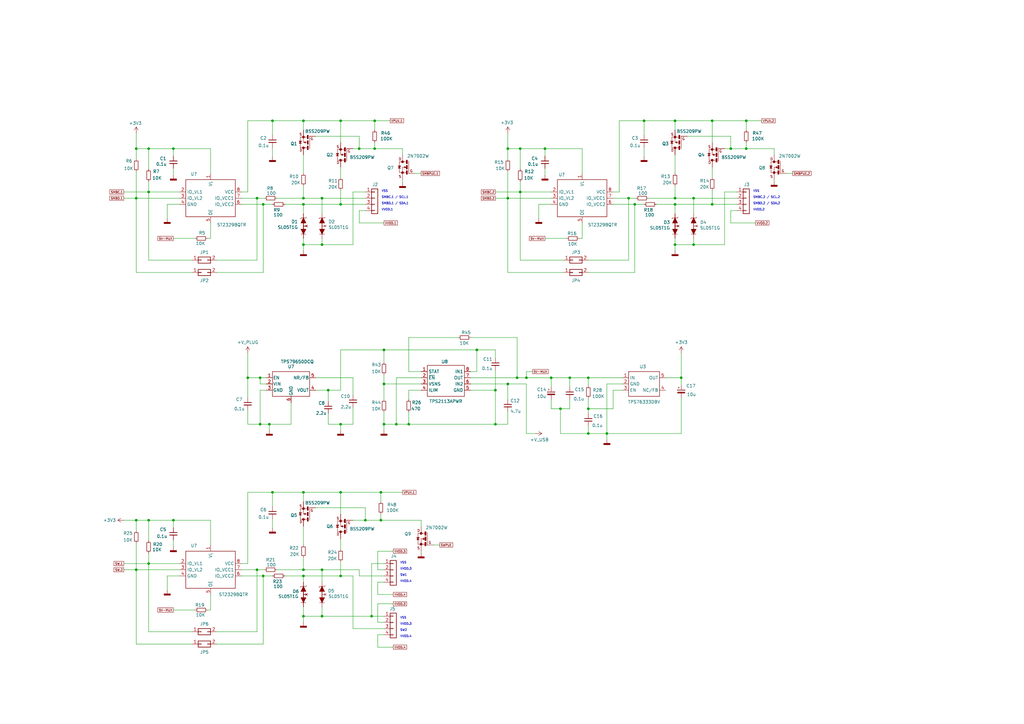
<source format=kicad_sch>
(kicad_sch (version 20250114) (generator "eeschema") (generator_version "9.0")
  (paper "A3")
  (title_block (title "EV2400 EVM Interface Board by Texas Instruments") (date "2019-09-26") (rev "1.0") (company "ORPALTECH"))
  (text "VVOD.4" (at 164.084 239.014 0) (effects (font (size 0.889 0.889)) (justify left bottom)))
  (text "VSS" (at 164.084 254 0) (effects (font (size 0.889 0.889)) (justify left bottom)))
  (text "SW2" (at 164.084 259.08 0) (effects (font (size 0.889 0.889)) (justify left bottom)))
  (text "SMBC.1 / SCL.1" (at 156.464 81.534 0) (effects (font (size 0.889 0.889)) (justify left bottom)))
  (text "VVOD.3" (at 164.084 233.934 0) (effects (font (size 0.889 0.889)) (justify left bottom)))
  (text "VVOD.3" (at 164.084 256.54 0) (effects (font (size 0.889 0.889)) (justify left bottom)))
  (text "VVOD.1" (at 156.464 86.614 0) (effects (font (size 0.889 0.889)) (justify left bottom)))
  (text "SMBC.2 / SCL.2" (at 308.864 81.534 0) (effects (font (size 0.889 0.889)) (justify left bottom)))
  (text "VSS" (at 156.464 78.994 0) (effects (font (size 0.889 0.889)) (justify left bottom)))
  (text "SMBD.2 / SDA.2" (at 308.864 84.074 0) (effects (font (size 0.889 0.889)) (justify left bottom)))
  (text "VSS" (at 308.864 78.994 0) (effects (font (size 0.889 0.889)) (justify left bottom)))
  (text "VVOD.2" (at 308.864 86.614 0) (effects (font (size 0.889 0.889)) (justify left bottom)))
  (text "VSS" (at 164.084 231.394 0) (effects (font (size 0.889 0.889)) (justify left bottom)))
  (text "VVOD.4" (at 164.084 261.62 0) (effects (font (size 0.889 0.889)) (justify left bottom)))
  (text "SMBD.1 / SDA.1" (at 156.464 84.074 0) (effects (font (size 0.889 0.889)) (justify left bottom)))
  (text "SW1" (at 164.084 236.474 0) (effects (font (size 0.889 0.889)) (justify left bottom)))
  (junction (at 101.6 154.94))
  (junction (at 215.9 154.94))
  (junction (at 208.28 60.96))
  (junction (at 55.88 81.28))
  (junction (at 139.7 201.93))
  (junction (at 153.67 49.53))
  (junction (at 162.56 173.99))
  (junction (at 132.08 252.73))
  (junction (at 208.28 157.48))
  (junction (at 203.2 173.99))
  (junction (at 60.96 60.96))
  (junction (at 195.58 143.51))
  (junction (at 157.48 143.51))
  (junction (at 111.76 49.53))
  (junction (at 241.3 167.64))
  (junction (at 203.2 160.02))
  (junction (at 139.7 49.53))
  (junction (at 156.21 201.93))
  (junction (at 134.62 160.02))
  (junction (at 233.68 154.94))
  (junction (at 107.95 236.22))
  (junction (at 132.08 233.68))
  (junction (at 60.96 213.36))
  (junction (at 124.46 236.22))
  (junction (at 279.4 154.94))
  (junction (at 106.68 173.99))
  (junction (at 55.88 60.96))
  (junction (at 71.12 213.36))
  (junction (at 276.86 100.33))
  (junction (at 292.1 49.53))
  (junction (at 110.49 173.99))
  (junction (at 299.72 60.96))
  (junction (at 132.08 100.33))
  (junction (at 124.46 49.53))
  (junction (at 248.92 177.8))
  (junction (at 208.28 81.28))
  (junction (at 257.81 81.28))
  (junction (at 60.96 231.14))
  (junction (at 105.41 81.28))
  (junction (at 105.41 233.68))
  (junction (at 229.87 167.64))
  (junction (at 156.21 213.36))
  (junction (at 292.1 83.82))
  (junction (at 132.08 81.28))
  (junction (at 111.76 201.93))
  (junction (at 124.46 83.82))
  (junction (at 107.95 83.82))
  (junction (at 139.7 173.99))
  (junction (at 124.46 100.33))
  (junction (at 55.88 233.68))
  (junction (at 284.48 81.28))
  (junction (at 60.96 78.74))
  (junction (at 223.52 60.96))
  (junction (at 213.36 78.74))
  (junction (at 226.06 154.94))
  (junction (at 147.32 60.96))
  (junction (at 139.7 83.82))
  (junction (at 213.36 60.96))
  (junction (at 306.07 60.96))
  (junction (at 212.09 154.94))
  (junction (at 284.48 100.33))
  (junction (at 241.3 154.94))
  (junction (at 157.48 157.48))
  (junction (at 260.35 83.82))
  (junction (at 106.68 154.94))
  (junction (at 124.46 81.28))
  (junction (at 241.3 177.8))
  (junction (at 139.7 236.22))
  (junction (at 71.12 60.96))
  (junction (at 276.86 83.82))
  (junction (at 276.86 81.28))
  (junction (at 157.48 173.99))
  (junction (at 149.86 213.36))
  (junction (at 124.46 233.68))
  (junction (at 276.86 49.53))
  (junction (at 264.16 49.53))
  (junction (at 306.07 49.53))
  (junction (at 55.88 213.36))
  (junction (at 124.46 252.73))
  (junction (at 153.67 60.96))
  (junction (at 167.64 173.99))
  (junction (at 152.4 252.73))
  (junction (at 124.46 201.93))
  (wire (pts (xy 116.84 236.22) (xy 124.46 236.22)))
  (wire (pts (xy 167.64 173.99) (xy 203.2 173.99)))
  (wire (pts (xy 149.86 78.74) (xy 144.78 78.74)))
  (wire (pts (xy 144.78 257.81) (xy 157.48 257.81)))
  (wire (pts (xy 144.78 60.96) (xy 147.32 60.96)))
  (wire (pts (xy 213.36 69.342) (xy 213.36 60.96)))
  (wire (pts (xy 55.88 264.16) (xy 78.74 264.16)))
  (wire (pts (xy 279.4 154.94) (xy 279.4 144.78)))
  (wire (pts (xy 254 49.53) (xy 264.16 49.53)))
  (wire (pts (xy 238.76 91.44) (xy 238.76 97.79)))
  (wire (pts (xy 167.64 160.02) (xy 172.72 160.02)))
  (wire (pts (xy 167.64 152.4) (xy 167.64 138.43)))
  (wire (pts (xy 86.36 60.96) (xy 71.12 60.96)))
  (wire (pts (xy 134.62 160.02) (xy 139.7 160.02)))
  (wire (pts (xy 157.48 260.35) (xy 154.94 260.35)))
  (wire (pts (xy 132.08 97.79) (xy 132.08 100.33)))
  (wire (pts (xy 132.08 87.63) (xy 132.08 81.28)))
  (wire (pts (xy 276.86 83.82) (xy 292.1 83.82)))
  (wire (pts (xy 276.86 97.79) (xy 276.86 100.33)))
  (wire (pts (xy 124.46 233.68) (xy 132.08 233.68)))
  (wire (pts (xy 195.58 143.51) (xy 203.2 143.51)))
  (wire (pts (xy 167.64 160.02) (xy 167.64 163.83)))
  (wire (pts (xy 111.76 201.93) (xy 111.76 207.772)))
  (wire (pts (xy 101.6 173.99) (xy 106.68 173.99)))
  (wire (pts (xy 251.46 167.64) (xy 251.46 160.02)))
  (wire (pts (xy 302.26 78.74) (xy 297.18 78.74)))
  (wire (pts (xy 223.52 97.79) (xy 232.41 97.79)))
  (wire (pts (xy 101.6 49.53) (xy 111.76 49.53)))
  (wire (pts (xy 139.7 201.93) (xy 156.21 201.93)))
  (wire (pts (xy 147.32 236.22) (xy 157.48 236.22)))
  (wire (pts (xy 208.28 111.76) (xy 231.14 111.76)))
  (wire (pts (xy 132.08 248.92) (xy 132.08 252.73)))
  (wire (pts (xy 264.16 49.53) (xy 264.16 55.372)))
  (wire (pts (xy 154.94 238.76) (xy 154.94 243.84)))
  (wire (pts (xy 264.16 64.262) (xy 264.16 60.452)))
  (wire (pts (xy 276.86 76.2) (xy 276.86 81.28)))
  (wire (pts (xy 292.1 77.978) (xy 292.1 83.82)))
  (wire (pts (xy 101.6 231.14) (xy 99.06 231.14)))
  (wire (pts (xy 241.3 167.64) (xy 241.3 169.672)))
  (wire (pts (xy 139.7 49.53) (xy 153.67 49.53)))
  (wire (pts (xy 157.48 173.99) (xy 162.56 173.99)))
  (wire (pts (xy 220.98 83.82) (xy 220.98 89.662)))
  (wire (pts (xy 208.28 54.61) (xy 208.28 60.96)))
  (wire (pts (xy 299.72 86.36) (xy 299.72 91.44)))
  (wire (pts (xy 241.3 167.64) (xy 251.46 167.64)))
  (wire (pts (xy 255.27 157.48) (xy 248.92 157.48)))
  (wire (pts (xy 157.48 168.91) (xy 157.48 173.99)))
  (wire (pts (xy 220.98 83.82) (xy 226.06 83.82)))
  (wire (pts (xy 55.88 81.28) (xy 73.66 81.28)))
  (wire (pts (xy 167.64 168.91) (xy 167.64 173.99)))
  (wire (pts (xy 233.68 158.75) (xy 233.68 154.94)))
  (wire (pts (xy 276.86 49.53) (xy 292.1 49.53)))
  (wire (pts (xy 55.88 111.76) (xy 78.74 111.76)))
  (wire (pts (xy 306.07 49.53) (xy 306.07 53.34)))
  (wire (pts (xy 157.48 255.27) (xy 154.94 255.27)))
  (wire (pts (xy 60.96 231.14) (xy 60.96 226.822)))
  (wire (pts (xy 226.06 163.83) (xy 226.06 167.64)))
  (wire (pts (xy 203.2 146.812) (xy 203.2 143.51)))
  (wire (pts (xy 157.48 238.76) (xy 154.94 238.76)))
  (wire (pts (xy 139.7 173.99) (xy 144.78 173.99)))
  (wire (pts (xy 124.46 100.33) (xy 132.08 100.33)))
  (wire (pts (xy 229.87 167.64) (xy 229.87 177.8)))
  (wire (pts (xy 218.44 152.4) (xy 215.9 152.4)))
  (wire (pts (xy 208.28 157.48) (xy 208.28 163.83)))
  (wire (pts (xy 241.3 158.242) (xy 241.3 154.94)))
  (wire (pts (xy 60.96 106.68) (xy 60.96 78.74)))
  (wire (pts (xy 152.4 252.73) (xy 132.08 252.73)))
  (wire (pts (xy 157.48 157.48) (xy 172.72 157.48)))
  (wire (pts (xy 212.09 138.43) (xy 212.09 154.94)))
  (wire (pts (xy 144.78 213.36) (xy 149.86 213.36)))
  (wire (pts (xy 111.76 216.662) (xy 111.76 212.852)))
  (wire (pts (xy 153.67 49.53) (xy 153.67 53.34)))
  (wire (pts (xy 241.3 163.322) (xy 241.3 167.64)))
  (wire (pts (xy 208.28 81.28) (xy 208.28 111.76)))
  (wire (pts (xy 124.46 63.5) (xy 124.46 71.12)))
  (wire (pts (xy 177.8 223.52) (xy 180.34 223.52)))
  (wire (pts (xy 241.3 111.76) (xy 260.35 111.76)))
  (wire (pts (xy 306.07 60.96) (xy 317.5 60.96)))
  (wire (pts (xy 162.56 154.94) (xy 172.72 154.94)))
  (wire (pts (xy 208.28 81.28) (xy 208.28 70.358)))
  (wire (pts (xy 86.36 97.79) (xy 85.09 97.79)))
  (wire (pts (xy 147.32 60.96) (xy 153.67 60.96)))
  (wire (pts (xy 276.86 100.33) (xy 284.48 100.33)))
  (wire (pts (xy 55.88 233.68) (xy 73.66 233.68)))
  (wire (pts (xy 132.08 238.76) (xy 132.08 233.68)))
  (wire (pts (xy 124.46 215.9) (xy 124.46 223.52)))
  (wire (pts (xy 101.6 168.148) (xy 101.6 173.99)))
  (wire (pts (xy 119.38 165.1) (xy 119.38 173.99)))
  (wire (pts (xy 107.95 236.22) (xy 111.76 236.22)))
  (wire (pts (xy 212.09 154.94) (xy 215.9 154.94)))
  (wire (pts (xy 208.28 168.91) (xy 208.28 173.99)))
  (wire (pts (xy 86.36 243.84) (xy 86.36 250.19)))
  (wire (pts (xy 254 78.74) (xy 254 49.53)))
  (wire (pts (xy 147.32 233.68) (xy 147.32 236.22)))
  (wire (pts (xy 139.7 83.82) (xy 149.86 83.82)))
  (wire (pts (xy 226.06 154.94) (xy 233.68 154.94)))
  (wire (pts (xy 265.938 81.28) (xy 276.86 81.28)))
  (wire (pts (xy 101.6 231.14) (xy 101.6 201.93)))
  (wire (pts (xy 279.4 154.94) (xy 279.4 157.988)))
  (wire (pts (xy 111.76 49.53) (xy 111.76 55.372)))
  (wire (pts (xy 223.52 60.96) (xy 213.36 60.96)))
  (wire (pts (xy 71.12 213.36) (xy 60.96 213.36)))
  (wire (pts (xy 149.86 213.36) (xy 156.21 213.36)))
  (wire (pts (xy 306.07 49.53) (xy 312.42 49.53)))
  (wire (pts (xy 55.88 233.68) (xy 55.88 264.16)))
  (wire (pts (xy 302.26 86.36) (xy 299.72 86.36)))
  (wire (pts (xy 254 78.74) (xy 251.46 78.74)))
  (wire (pts (xy 257.81 81.28) (xy 257.81 106.68)))
  (wire (pts (xy 269.24 83.82) (xy 276.86 83.82)))
  (wire (pts (xy 203.2 78.74) (xy 213.36 78.74)))
  (wire (pts (xy 208.28 81.28) (xy 226.06 81.28)))
  (wire (pts (xy 154.94 260.35) (xy 154.94 265.43)))
  (wire (pts (xy 156.21 210.82) (xy 156.21 213.36)))
  (wire (pts (xy 110.49 173.99) (xy 119.38 173.99)))
  (wire (pts (xy 251.46 81.28) (xy 257.81 81.28)))
  (wire (pts (xy 129.54 154.94) (xy 144.78 154.94)))
  (wire (pts (xy 147.32 60.96) (xy 147.32 55.88)))
  (wire (pts (xy 139.7 160.02) (xy 139.7 143.51)))
  (wire (pts (xy 55.88 81.28) (xy 55.88 70.358)))
  (wire (pts (xy 276.86 63.5) (xy 276.86 71.12)))
  (wire (pts (xy 86.36 223.52) (xy 86.36 213.36)))
  (wire (pts (xy 248.92 177.8) (xy 241.3 177.8)))
  (wire (pts (xy 233.68 154.94) (xy 241.3 154.94)))
  (wire (pts (xy 101.6 154.94) (xy 101.6 163.068)))
  (wire (pts (xy 226.06 167.64) (xy 229.87 167.64)))
  (wire (pts (xy 248.92 157.48) (xy 248.92 177.8)))
  (wire (pts (xy 106.68 173.99) (xy 110.49 173.99)))
  (wire (pts (xy 71.12 97.79) (xy 80.01 97.79)))
  (wire (pts (xy 144.78 236.22) (xy 144.78 257.81)))
  (wire (pts (xy 193.04 157.48) (xy 208.28 157.48)))
  (wire (pts (xy 105.41 106.68) (xy 88.9 106.68)))
  (wire (pts (xy 60.96 78.74) (xy 60.96 74.422)))
  (wire (pts (xy 105.41 233.68) (xy 108.458 233.68)))
  (wire (pts (xy 124.46 228.6) (xy 124.46 233.68)))
  (wire (pts (xy 238.76 60.96) (xy 223.52 60.96)))
  (wire (pts (xy 101.6 144.78) (xy 101.6 154.94)))
  (wire (pts (xy 237.49 97.79) (xy 238.76 97.79)))
  (wire (pts (xy 86.36 71.12) (xy 86.36 60.96)))
  (wire (pts (xy 113.538 81.28) (xy 124.46 81.28)))
  (wire (pts (xy 139.7 49.53) (xy 139.7 58.42)))
  (wire (pts (xy 99.06 81.28) (xy 105.41 81.28)))
  (wire (pts (xy 68.58 83.82) (xy 68.58 89.662)))
  (wire (pts (xy 276.86 87.63) (xy 276.86 83.82)))
  (wire (pts (xy 147.32 91.44) (xy 157.48 91.44)))
  (wire (pts (xy 284.48 97.79) (xy 284.48 100.33)))
  (wire (pts (xy 157.48 143.51) (xy 195.58 143.51)))
  (wire (pts (xy 152.4 231.14) (xy 157.48 231.14)))
  (wire (pts (xy 154.94 265.43) (xy 161.29 265.43)))
  (wire (pts (xy 229.87 167.64) (xy 233.68 167.64)))
  (wire (pts (xy 149.86 86.36) (xy 147.32 86.36)))
  (wire (pts (xy 60.96 69.342) (xy 60.96 60.96)))
  (wire (pts (xy 241.3 154.94) (xy 255.27 154.94)))
  (wire (pts (xy 105.41 259.08) (xy 88.9 259.08)))
  (wire (pts (xy 129.54 208.28) (xy 149.86 208.28)))
  (wire (pts (xy 60.96 231.14) (xy 73.66 231.14)))
  (wire (pts (xy 71.12 224.282) (xy 71.12 221.488)))
  (wire (pts (xy 55.88 233.68) (xy 50.8 233.68)))
  (wire (pts (xy 281.94 55.88) (xy 299.72 55.88)))
  (wire (pts (xy 86.36 250.19) (xy 85.09 250.19)))
  (wire (pts (xy 193.04 160.02) (xy 203.2 160.02)))
  (wire (pts (xy 50.8 231.14) (xy 60.96 231.14)))
  (wire (pts (xy 167.64 152.4) (xy 172.72 152.4)))
  (wire (pts (xy 107.95 264.16) (xy 107.95 236.22)))
  (wire (pts (xy 124.46 201.93) (xy 139.7 201.93)))
  (wire (pts (xy 124.46 102.87) (xy 124.46 100.33)))
  (wire (pts (xy 124.46 83.82) (xy 139.7 83.82)))
  (wire (pts (xy 111.76 64.262) (xy 111.76 60.452)))
  (wire (pts (xy 111.76 201.93) (xy 124.46 201.93)))
  (wire (pts (xy 105.41 81.28) (xy 108.458 81.28)))
  (wire (pts (xy 157.48 233.68) (xy 154.94 233.68)))
  (wire (pts (xy 233.68 167.64) (xy 233.68 163.83)))
  (wire (pts (xy 215.9 157.48) (xy 215.9 177.8)))
  (wire (pts (xy 60.96 213.36) (xy 55.88 213.36)))
  (wire (pts (xy 284.48 87.63) (xy 284.48 81.28)))
  (wire (pts (xy 55.88 81.28) (xy 50.8 81.28)))
  (wire (pts (xy 213.36 106.68) (xy 213.36 78.74)))
  (wire (pts (xy 55.88 65.278) (xy 55.88 60.96)))
  (wire (pts (xy 154.94 255.27) (xy 154.94 247.65)))
  (wire (pts (xy 273.05 154.94) (xy 279.4 154.94)))
  (wire (pts (xy 292.1 68.58) (xy 292.1 72.898)))
  (wire (pts (xy 60.96 78.74) (xy 73.66 78.74)))
  (wire (pts (xy 132.08 252.73) (xy 124.46 252.73)))
  (wire (pts (xy 154.94 247.65) (xy 161.29 247.65)))
  (wire (pts (xy 241.3 174.752) (xy 241.3 177.8)))
  (wire (pts (xy 203.2 173.99) (xy 208.28 173.99)))
  (wire (pts (xy 157.48 143.51) (xy 157.48 148.59)))
  (wire (pts (xy 124.46 255.27) (xy 124.46 252.73)))
  (wire (pts (xy 132.08 81.28) (xy 149.86 81.28)))
  (wire (pts (xy 213.36 78.74) (xy 213.36 74.422)))
  (wire (pts (xy 134.62 169.672) (xy 134.62 173.99)))
  (wire (pts (xy 124.46 236.22) (xy 139.7 236.22)))
  (wire (pts (xy 284.48 81.28) (xy 302.26 81.28)))
  (wire (pts (xy 71.12 60.96) (xy 60.96 60.96)))
  (wire (pts (xy 317.5 74.422) (xy 317.5 73.66)))
  (wire (pts (xy 165.1 74.93) (xy 165.1 73.66)))
  (wire (pts (xy 306.07 58.42) (xy 306.07 60.96)))
  (wire (pts (xy 299.72 60.96) (xy 306.07 60.96)))
  (wire (pts (xy 203.2 160.02) (xy 203.2 151.892)))
  (wire (pts (xy 101.6 201.93) (xy 111.76 201.93)))
  (wire (pts (xy 110.49 173.99) (xy 110.49 176.53)))
  (wire (pts (xy 195.58 143.51) (xy 195.58 152.4)))
  (wire (pts (xy 317.5 60.96) (xy 317.5 63.5)))
  (wire (pts (xy 257.81 81.28) (xy 260.858 81.28)))
  (wire (pts (xy 124.46 248.92) (xy 124.46 252.73)))
  (wire (pts (xy 172.72 213.36) (xy 172.72 215.9)))
  (wire (pts (xy 71.12 250.19) (xy 80.01 250.19)))
  (wire (pts (xy 55.88 54.61) (xy 55.88 60.96)))
  (wire (pts (xy 144.78 78.74) (xy 144.78 100.33)))
  (wire (pts (xy 153.67 58.42) (xy 153.67 60.96)))
  (wire (pts (xy 139.7 173.99) (xy 139.7 176.53)))
  (wire (pts (xy 68.58 236.22) (xy 68.58 242.062)))
  (wire (pts (xy 193.04 154.94) (xy 212.09 154.94)))
  (wire (pts (xy 86.36 97.79) (xy 86.36 91.44)))
  (wire (pts (xy 60.96 221.742) (xy 60.96 213.36)))
  (wire (pts (xy 152.4 252.73) (xy 157.48 252.73)))
  (wire (pts (xy 55.88 81.28) (xy 55.88 111.76)))
  (wire (pts (xy 248.92 177.8) (xy 279.4 177.8)))
  (wire (pts (xy 88.9 111.76) (xy 107.95 111.76)))
  (wire (pts (xy 147.32 86.36) (xy 147.32 91.44)))
  (wire (pts (xy 248.92 180.34) (xy 248.92 177.8)))
  (wire (pts (xy 276.86 102.87) (xy 276.86 100.33)))
  (wire (pts (xy 113.538 233.68) (xy 124.46 233.68)))
  (wire (pts (xy 124.46 49.53) (xy 139.7 49.53)))
  (wire (pts (xy 99.06 233.68) (xy 105.41 233.68)))
  (wire (pts (xy 238.76 71.12) (xy 238.76 60.96)))
  (wire (pts (xy 106.68 154.94) (xy 109.22 154.94)))
  (wire (pts (xy 226.06 158.75) (xy 226.06 154.94)))
  (wire (pts (xy 292.1 49.53) (xy 306.07 49.53)))
  (wire (pts (xy 139.7 230.378) (xy 139.7 236.22)))
  (wire (pts (xy 124.46 76.2) (xy 124.46 81.28)))
  (wire (pts (xy 157.48 153.67) (xy 157.48 157.48)))
  (wire (pts (xy 105.41 81.28) (xy 105.41 106.68)))
  (wire (pts (xy 322.58 71.12) (xy 325.12 71.12)))
  (wire (pts (xy 162.56 154.94) (xy 162.56 173.99)))
  (wire (pts (xy 213.36 78.74) (xy 226.06 78.74)))
  (wire (pts (xy 157.48 173.99) (xy 157.48 176.53)))
  (wire (pts (xy 68.58 236.22) (xy 73.66 236.22)))
  (wire (pts (xy 215.9 154.94) (xy 226.06 154.94)))
  (wire (pts (xy 162.56 173.99) (xy 167.64 173.99)))
  (wire (pts (xy 215.9 177.8) (xy 219.71 177.8)))
  (wire (pts (xy 106.68 160.02) (xy 106.68 173.99)))
  (wire (pts (xy 231.14 106.68) (xy 213.36 106.68)))
  (wire (pts (xy 55.88 233.68) (xy 55.88 222.758)))
  (wire (pts (xy 132.08 233.68) (xy 147.32 233.68)))
  (wire (pts (xy 172.72 226.822) (xy 172.72 226.06)))
  (wire (pts (xy 276.86 49.53) (xy 276.86 53.34)))
  (wire (pts (xy 50.8 78.74) (xy 60.96 78.74)))
  (wire (pts (xy 223.52 71.882) (xy 223.52 69.088)))
  (wire (pts (xy 124.46 49.53) (xy 124.46 53.34)))
  (wire (pts (xy 106.68 154.94) (xy 106.68 157.48)))
  (wire (pts (xy 154.94 233.68) (xy 154.94 226.06)))
  (wire (pts (xy 144.78 173.99) (xy 144.78 167.132)))
  (wire (pts (xy 223.52 64.008) (xy 223.52 60.96)))
  (wire (pts (xy 139.7 201.93) (xy 139.7 210.82)))
  (wire (pts (xy 144.78 154.94) (xy 144.78 162.052)))
  (wire (pts (xy 139.7 68.58) (xy 139.7 72.898)))
  (wire (pts (xy 241.3 177.8) (xy 229.87 177.8)))
  (wire (pts (xy 156.21 201.93) (xy 156.21 205.74)))
  (wire (pts (xy 215.9 152.4) (xy 215.9 154.94)))
  (wire (pts (xy 299.72 60.96) (xy 299.72 55.88)))
  (wire (pts (xy 213.36 60.96) (xy 208.28 60.96)))
  (wire (pts (xy 111.76 49.53) (xy 124.46 49.53)))
  (wire (pts (xy 60.96 259.08) (xy 60.96 231.14)))
  (wire (pts (xy 203.2 160.02) (xy 203.2 173.99)))
  (wire (pts (xy 106.68 154.94) (xy 101.6 154.94)))
  (wire (pts (xy 134.62 164.592) (xy 134.62 160.02)))
  (wire (pts (xy 99.06 83.82) (xy 107.95 83.82)))
  (wire (pts (xy 106.68 157.48) (xy 109.22 157.48)))
  (wire (pts (xy 260.35 83.82) (xy 264.16 83.82)))
  (wire (pts (xy 153.67 49.53) (xy 160.02 49.53)))
  (wire (pts (xy 156.21 213.36) (xy 172.72 213.36)))
  (wire (pts (xy 139.7 220.98) (xy 139.7 225.298)))
  (wire (pts (xy 139.7 77.978) (xy 139.7 83.82)))
  (wire (pts (xy 55.88 217.678) (xy 55.88 213.36)))
  (wire (pts (xy 284.48 100.33) (xy 297.18 100.33)))
  (wire (pts (xy 106.68 160.02) (xy 109.22 160.02)))
  (wire (pts (xy 208.28 157.48) (xy 215.9 157.48)))
  (wire (pts (xy 264.16 49.53) (xy 276.86 49.53)))
  (wire (pts (xy 88.9 264.16) (xy 107.95 264.16)))
  (wire (pts (xy 297.18 60.96) (xy 299.72 60.96)))
  (wire (pts (xy 152.4 231.14) (xy 152.4 252.73)))
  (wire (pts (xy 107.95 111.76) (xy 107.95 83.82)))
  (wire (pts (xy 71.12 64.008) (xy 71.12 60.96)))
  (wire (pts (xy 99.06 236.22) (xy 107.95 236.22)))
  (wire (pts (xy 124.46 201.93) (xy 124.46 205.74)))
  (wire (pts (xy 101.6 78.74) (xy 99.06 78.74)))
  (wire (pts (xy 193.04 138.43) (xy 212.09 138.43)))
  (wire (pts (xy 60.96 60.96) (xy 55.88 60.96)))
  (wire (pts (xy 129.54 160.02) (xy 134.62 160.02)))
  (wire (pts (xy 251.46 83.82) (xy 260.35 83.82)))
  (wire (pts (xy 260.35 111.76) (xy 260.35 83.82)))
  (wire (pts (xy 257.81 106.68) (xy 241.3 106.68)))
  (wire (pts (xy 208.28 81.28) (xy 203.2 81.28)))
  (wire (pts (xy 276.86 81.28) (xy 284.48 81.28)))
  (wire (pts (xy 116.84 83.82) (xy 124.46 83.82)))
  (wire (pts (xy 297.18 78.74) (xy 297.18 100.33)))
  (wire (pts (xy 139.7 173.99) (xy 134.62 173.99)))
  (wire (pts (xy 78.74 259.08) (xy 60.96 259.08)))
  (wire (pts (xy 101.6 78.74) (xy 101.6 49.53)))
  (wire (pts (xy 156.21 201.93) (xy 165.1 201.93)))
  (wire (pts (xy 153.67 60.96) (xy 165.1 60.96)))
  (wire (pts (xy 154.94 226.06) (xy 161.29 226.06)))
  (wire (pts (xy 124.46 97.79) (xy 124.46 100.33)))
  (wire (pts (xy 124.46 87.63) (xy 124.46 83.82)))
  (wire (pts (xy 139.7 143.51) (xy 157.48 143.51)))
  (wire (pts (xy 292.1 49.53) (xy 292.1 58.42)))
  (wire (pts (xy 68.58 83.82) (xy 73.66 83.82)))
  (wire (pts (xy 149.86 213.36) (xy 149.86 208.28)))
  (wire (pts (xy 55.88 213.36) (xy 50.8 213.36)))
  (wire (pts (xy 170.18 71.12) (xy 172.72 71.12)))
  (wire (pts (xy 139.7 236.22) (xy 144.78 236.22)))
  (wire (pts (xy 251.46 160.02) (xy 255.27 160.02)))
  (wire (pts (xy 279.4 177.8) (xy 279.4 163.068)))
  (wire (pts (xy 71.12 216.408) (xy 71.12 213.36)))
  (wire (pts (xy 154.94 243.84) (xy 161.29 243.84)))
  (wire (pts (xy 86.36 213.36) (xy 71.12 213.36)))
  (wire (pts (xy 105.41 233.68) (xy 105.41 259.08)))
  (wire (pts (xy 292.1 83.82) (xy 302.26 83.82)))
  (wire (pts (xy 124.46 238.76) (xy 124.46 236.22)))
  (wire (pts (xy 157.48 163.83) (xy 157.48 157.48)))
  (wire (pts (xy 165.1 60.96) (xy 165.1 63.5)))
  (wire (pts (xy 195.58 152.4) (xy 193.04 152.4)))
  (wire (pts (xy 71.12 71.882) (xy 71.12 69.088)))
  (wire (pts (xy 78.74 106.68) (xy 60.96 106.68)))
  (wire (pts (xy 167.64 138.43) (xy 187.96 138.43)))
  (wire (pts (xy 299.72 91.44) (xy 309.88 91.44)))
  (wire (pts (xy 129.54 55.88) (xy 147.32 55.88)))
  (wire (pts (xy 208.28 65.278) (xy 208.28 60.96)))
  (wire (pts (xy 144.78 100.33) (xy 132.08 100.33)))
  (wire (pts (xy 107.95 83.82) (xy 111.76 83.82)))
  (wire (pts (xy 124.46 81.28) (xy 132.08 81.28)))
  (global_label "5V-MUX" (shape passive) (at 71.12 250.19 180) (effects (font (size 0.889 0.889))) (property "Intersheetrefs" "${INTERSHEET_REFS}" (effects (hide yes))))
  (global_label "VVOD.4" (shape passive) (at 161.29 243.84 0) (effects (font (size 0.889 0.889))) (property "Intersheetrefs" "${INTERSHEET_REFS}" (effects (hide yes))))
  (global_label "VPUV.1" (shape passive) (at 165.1 201.93 0) (effects (font (size 0.889 0.889))) (property "Intersheetrefs" "${INTERSHEET_REFS}" (effects (hide yes))))
  (global_label "5V-MUX" (shape passive) (at 218.44 152.4 0) (effects (font (size 0.889 0.889))) (property "Intersheetrefs" "${INTERSHEET_REFS}" (effects (hide yes))))
  (global_label "VVOD.3" (shape passive) (at 161.29 226.06 0) (effects (font (size 0.889 0.889))) (property "Intersheetrefs" "${INTERSHEET_REFS}" (effects (hide yes))))
  (global_label "VPUV.2" (shape passive) (at 312.42 49.53 0) (effects (font (size 0.889 0.889))) (property "Intersheetrefs" "${INTERSHEET_REFS}" (effects (hide yes))))
  (global_label "SMBD.1" (shape passive) (at 50.8 81.28 180) (effects (font (size 0.889 0.889))) (property "Intersheetrefs" "${INTERSHEET_REFS}" (effects (hide yes))))
  (global_label "SMBPUE.2" (shape passive) (at 325.12 71.12 0) (effects (font (size 0.889 0.889))) (property "Intersheetrefs" "${INTERSHEET_REFS}" (effects (hide yes))))
  (global_label "SMBC.1" (shape passive) (at 50.8 78.74 180) (effects (font (size 0.889 0.889))) (property "Intersheetrefs" "${INTERSHEET_REFS}" (effects (hide yes))))
  (global_label "SMBPUE.1" (shape passive) (at 172.72 71.12 0) (effects (font (size 0.889 0.889))) (property "Intersheetrefs" "${INTERSHEET_REFS}" (effects (hide yes))))
  (global_label "SW.2" (shape passive) (at 50.8 233.68 180) (effects (font (size 0.889 0.889))) (property "Intersheetrefs" "${INTERSHEET_REFS}" (effects (hide yes))))
  (global_label "SMBC.2" (shape passive) (at 203.2 78.74 180) (effects (font (size 0.889 0.889))) (property "Intersheetrefs" "${INTERSHEET_REFS}" (effects (hide yes))))
  (global_label "VVOD.3" (shape passive) (at 161.29 247.65 0) (effects (font (size 0.889 0.889))) (property "Intersheetrefs" "${INTERSHEET_REFS}" (effects (hide yes))))
  (global_label "VVOD.1" (shape passive) (at 157.48 91.44 0) (effects (font (size 0.889 0.889))) (property "Intersheetrefs" "${INTERSHEET_REFS}" (effects (hide yes))))
  (global_label "VVOD.2" (shape passive) (at 309.88 91.44 0) (effects (font (size 0.889 0.889))) (property "Intersheetrefs" "${INTERSHEET_REFS}" (effects (hide yes))))
  (global_label "VPUV.1" (shape passive) (at 160.02 49.53 0) (effects (font (size 0.889 0.889))) (property "Intersheetrefs" "${INTERSHEET_REFS}" (effects (hide yes))))
  (global_label "5V-MUX" (shape passive) (at 223.52 97.79 180) (effects (font (size 0.889 0.889))) (property "Intersheetrefs" "${INTERSHEET_REFS}" (effects (hide yes))))
  (global_label "VVOD.4" (shape passive) (at 161.29 265.43 0) (effects (font (size 0.889 0.889))) (property "Intersheetrefs" "${INTERSHEET_REFS}" (effects (hide yes))))
  (global_label "5V-MUX" (shape passive) (at 71.12 97.79 180) (effects (font (size 0.889 0.889))) (property "Intersheetrefs" "${INTERSHEET_REFS}" (effects (hide yes))))
  (global_label "SW.1" (shape passive) (at 50.8 231.14 180) (effects (font (size 0.889 0.889))) (property "Intersheetrefs" "${INTERSHEET_REFS}" (effects (hide yes))))
  (global_label "SWPUE" (shape passive) (at 180.34 223.52 0) (effects (font (size 0.889 0.889))) (property "Intersheetrefs" "${INTERSHEET_REFS}" (effects (hide yes))))
  (global_label "SMBD.2" (shape passive) (at 203.2 81.28 180) (effects (font (size 0.889 0.889))) (property "Intersheetrefs" "${INTERSHEET_REFS}" (effects (hide yes))))
  (symbol (lib_id "EV2400-EVM-Interface-Board-rescue:ST2329BQTR-EV2400-Components") (at 86.36 81.28 0) (unit 1)
    (property "Reference" "U4" (at 79.502 71.374 0))
    (property "Value" "ST2329BQTR" (at 94.996 92.202 0))
    (property "Footprint" "EV2400-Footprints:QFN40P120X140X55-8N" (effects (hide yes)))
    (property "Datasheet" "https://media.digikey.com/pdf/Data%20Sheets/ST%20Microelectronics%20PDFS/ST2329B.pdf" (effects (hide yes)))
    (property "Description" "Translation - Voltage Levels 2-Bit Dual LVL Trans 18Mbps 5.5V ESD" (effects (hide yes)))
    (property "Height" "0.55" (effects (hide yes)))
    (property "Manufacturer_Name" "STMicroelectronics" (effects (hide yes)))
    (property "Manufacturer_Part_Number" "ST2329BQTR" (effects (hide yes)))
    (instances (project "" (path "" (reference "U?") (unit 1)) (path "" (reference "U4") (unit 1))))
  )
  (symbol (lib_id "EV2400-EVM-Interface-Board-rescue:P-CHANNEL-MOSFET-EV2400-Components") (at 124.46 58.42 180) (unit 1)
    (property "Reference" "Q1" (at 121.92 58.928 0) (effects (justify left)))
    (property "Value" "BSS209PW" (at 135.382 53.848 0) (effects (justify left)))
    (property "Footprint" "EV2400-Footprints:SOT65P210X100-3N" (effects (hide yes)))
  )
  (symbol (lib_id "EV2400-EVM-Interface-Board-rescue:P-CHANNEL-MOSFET-EV2400-Components") (at 139.7 63.5 180) (unit 1)
    (property "Reference" "Q2" (at 136.652 63.5 0) (effects (justify left)))
    (property "Value" "BSS209PW" (at 153.67 64.516 0) (effects (justify left)))
    (property "Footprint" "EV2400-Footprints:SOT65P210X100-3N" (effects (hide yes)))
  )
  (symbol (lib_id "EV2400-EVM-Interface-Board-rescue:N-CHANNEL-MOSFET-EV2400-Components") (at 165.1 68.58 0) (mirror y) (unit 1)
    (property "Reference" "Q7" (at 161.544 68.834 0) (effects (justify left)))
    (property "Value" "2N7002W" (at 176.022 64.008 0) (effects (justify left)))
    (property "Footprint" "EV2400-Footprints:SOT65P220X100-3N" (effects (hide yes)))
  )
  (symbol (lib_id "EV2400-EVM-Interface-Board-rescue:GND-EV2400-Components") (at 68.58 89.662 0) (unit 1)
    (property "Reference" "#PWR0127" (effects (hide yes)))
    (property "Value" "GND" (effects (hide yes)))
  )
  (symbol (lib_id "EV2400-EVM-Interface-Board-rescue:SL05T1G-EV2400-Components") (at 124.46 92.71 90) (unit 1)
    (property "Reference" "D1" (at 122.174 90.932 90) (effects (justify left)))
    (property "Value" "SL05T1G" (at 122.174 93.218 90) (effects (justify left)))
    (property "Footprint" "EV2400-Footprints:SOT96P237X111-3N" (effects (hide yes)))
    (property "Datasheet" "http://www.onsemi.com/pub/Collateral/SL05T1-D.PDF" (effects (hide yes)))
    (property "Description" "300 Watt, SOT-23 Low Capacitance TVS for High Speed Line Protections" (effects (hide yes)))
    (property "Height" "1.11" (effects (hide yes)))
    (property "Manufacturer_Name" "ON Semiconductor" (effects (hide yes)))
    (property "Manufacturer_Part_Number" "SL05T1G" (effects (hide yes)))
  )
  (symbol (lib_id "EV2400-EVM-Interface-Board-rescue:C_Small-EV2400-Components") (at 111.76 57.912 0) (unit 1)
    (property "Reference" "C2" (at 106.68 56.642 0) (effects (justify left)))
    (property "Value" "0.1u" (at 105.918 59.69 0) (effects (justify left)))
    (property "Footprint" "EV2400-Footprints:C_0603_1608Metric" (effects (hide yes)))
  )
  (symbol (lib_id "EV2400-EVM-Interface-Board-rescue:GND-EV2400-Components") (at 111.76 64.262 0) (unit 1)
    (property "Reference" "#PWR0132" (effects (hide yes)))
    (property "Value" "GND" (effects (hide yes)))
  )
  (symbol (lib_id "EV2400-EVM-Interface-Board-rescue:C_Small-EV2400-Components") (at 71.12 66.548 0) (unit 1)
    (property "Reference" "C1" (at 65.532 65.024 0) (effects (justify left)))
    (property "Value" "0.1u" (at 64.008 67.31 0) (effects (justify left)))
    (property "Footprint" "EV2400-Footprints:C_0603_1608Metric" (effects (hide yes)))
  )
  (symbol (lib_id "EV2400-EVM-Interface-Board-rescue:GND-EV2400-Components") (at 71.12 71.882 0) (unit 1)
    (property "Reference" "#PWR0128" (effects (hide yes)))
    (property "Value" "GND" (effects (hide yes)))
  )
  (symbol (lib_id "EV2400-EVM-Interface-Board-rescue:R_Small-EV2400-Components") (at 60.96 71.882 0) (unit 1)
    (property "Reference" "R7" (at 62.738 70.358 0) (effects (justify left)))
    (property "Value" "10K" (at 62.4586 73.025 0) (effects (justify left)))
    (property "Footprint" "EV2400-Footprints:R_0603_1608Metric" (effects (hide yes)))
  )
  (symbol (lib_id "EV2400-EVM-Interface-Board-rescue:R_Small-EV2400-Components") (at 55.88 67.818 0) (unit 1)
    (property "Reference" "R6" (at 51.562 66.04 0) (effects (justify left)))
    (property "Value" "10K" (at 50.8 69.088 0) (effects (justify left)))
    (property "Footprint" "EV2400-Footprints:R_0603_1608Metric" (effects (hide yes)))
  )
  (symbol (lib_id "EV2400-EVM-Interface-Board-rescue:SL05T1G-EV2400-Components") (at 132.08 92.71 90) (unit 1)
    (property "Reference" "D2" (at 137.414 90.932 90) (effects (justify left)))
    (property "Value" "SL05T1G" (at 143.002 93.218 90) (effects (justify left)))
    (property "Footprint" "EV2400-Footprints:SOT96P237X111-3N" (effects (hide yes)))
    (property "Datasheet" "http://www.onsemi.com/pub/Collateral/SL05T1-D.PDF" (effects (hide yes)))
    (property "Description" "300 Watt, SOT-23 Low Capacitance TVS for High Speed Line Protections" (effects (hide yes)))
    (property "Height" "1.11" (effects (hide yes)))
    (property "Manufacturer_Name" "ON Semiconductor" (effects (hide yes)))
    (property "Manufacturer_Part_Number" "SL05T1G" (effects (hide yes)))
  )
  (symbol (lib_id "EV2400-EVM-Interface-Board-rescue:SL05T1G-EV2400-Components") (at 276.86 92.71 90) (unit 1)
    (property "Reference" "D3" (at 274.828 91.186 90) (effects (justify left)))
    (property "Value" "SL05T1G" (at 274.828 93.472 90) (effects (justify left)))
    (property "Footprint" "EV2400-Footprints:SOT96P237X111-3N" (effects (hide yes)))
    (property "Datasheet" "http://www.onsemi.com/pub/Collateral/SL05T1-D.PDF" (effects (hide yes)))
    (property "Description" "300 Watt, SOT-23 Low Capacitance TVS for High Speed Line Protections" (effects (hide yes)))
    (property "Height" "1.11" (effects (hide yes)))
    (property "Manufacturer_Name" "ON Semiconductor" (effects (hide yes)))
    (property "Manufacturer_Part_Number" "SL05T1G" (effects (hide yes)))
  )
  (symbol (lib_id "EV2400-EVM-Interface-Board-rescue:SL05T1G-EV2400-Components") (at 284.48 92.71 90) (unit 1)
    (property "Reference" "D4" (at 289.814 91.186 90) (effects (justify left)))
    (property "Value" "SL05T1G" (at 295.402 93.472 90) (effects (justify left)))
    (property "Footprint" "EV2400-Footprints:SOT96P237X111-3N" (effects (hide yes)))
    (property "Datasheet" "http://www.onsemi.com/pub/Collateral/SL05T1-D.PDF" (effects (hide yes)))
    (property "Description" "300 Watt, SOT-23 Low Capacitance TVS for High Speed Line Protections" (effects (hide yes)))
    (property "Height" "1.11" (effects (hide yes)))
    (property "Manufacturer_Name" "ON Semiconductor" (effects (hide yes)))
    (property "Manufacturer_Part_Number" "SL05T1G" (effects (hide yes)))
  )
  (symbol (lib_id "EV2400-EVM-Interface-Board-rescue:TPS79650DCQ-EV2400-Components") (at 119.38 157.48 0) (unit 1)
    (property "Reference" "U7" (at 119.38 150.368 0))
    (property "Value" "TPS79650DCQ" (at 121.92 148.336 0))
    (property "Footprint" "EV2400-Footprints:SOT127P706X180-6N" (effects (hide yes)))
    (property "Datasheet" "http://www.ti.com/lit/ds/symlink/tps796.pdf" (effects (hide yes)))
    (property "Description" "Ultralow-Noise, High PSRR, Fast, RF, 1-A Low-Dropout Linear Regulators" (effects (hide yes)))
    (property "Height" "1.8" (effects (hide yes)))
    (property "Manufacturer_Name" "Texas Instruments" (effects (hide yes)))
    (property "Manufacturer_Part_Number" "TPS79650DCQ" (effects (hide yes)))
  )
  (symbol (lib_id "EV2400-EVM-Interface-Board-rescue:R_Small-EV2400-Components") (at 82.55 97.79 270) (unit 1)
    (property "Reference" "R5" (at 81.534 95.504 90) (effects (justify left)))
    (property "Value" "10K" (at 80.264 99.822 90) (effects (justify left)))
    (property "Footprint" "EV2400-Footprints:R_0603_1608Metric" (effects (hide yes)))
  )
  (symbol (lib_id "EV2400-EVM-Interface-Board-rescue:Conn_02x01-EV2400-Components") (at 83.82 106.68 0) (unit 1)
    (property "Reference" "JP1" (at 83.82 103.505 0))
    (property "Value" "Conn_02x01" (effects (hide yes)))
    (property "Footprint" "EV2400-Footprints:PinHeader_1x02_P2.54mm_Vertical" (effects (hide yes)))
  )
  (symbol (lib_id "EV2400-EVM-Interface-Board-rescue:Conn_02x01-EV2400-Components") (at 83.82 111.76 0) (unit 1)
    (property "Reference" "JP2" (at 83.82 115.062 0))
    (property "Value" "Conn_02x01" (effects (hide yes)))
    (property "Footprint" "EV2400-Footprints:PinHeader_1x02_P2.54mm_Vertical" (effects (hide yes)))
  )
  (symbol (lib_id "EV2400-EVM-Interface-Board-rescue:R_Small-EV2400-Components") (at 110.998 81.28 90) (unit 1)
    (property "Reference" "R8" (at 110.744 77.216 90))
    (property "Value" "100" (at 111.252 79.248 90))
    (property "Footprint" "EV2400-Footprints:R_0603_1608Metric" (effects (hide yes)))
  )
  (symbol (lib_id "EV2400-EVM-Interface-Board-rescue:R_Small-EV2400-Components") (at 114.3 83.82 90) (unit 1)
    (property "Reference" "R9" (at 113.538 86.106 90))
    (property "Value" "100" (at 114.046 88.138 90))
    (property "Footprint" "EV2400-Footprints:R_0603_1608Metric" (effects (hide yes)))
  )
  (symbol (lib_id "EV2400-EVM-Interface-Board-rescue:R_Small-EV2400-Components") (at 167.64 166.37 0) (unit 1)
    (property "Reference" "R26" (at 168.91 165.1 0) (effects (justify left)))
    (property "Value" "470" (at 168.656 167.64 0) (effects (justify left)))
    (property "Footprint" "EV2400-Footprints:R_0603_1608Metric" (effects (hide yes)))
  )
  (symbol (lib_id "EV2400-EVM-Interface-Board-rescue:R_Small-EV2400-Components") (at 190.5 138.43 270) (unit 1)
    (property "Reference" "R45" (at 189.23 136.398 90) (effects (justify left)))
    (property "Value" "10K" (at 188.468 140.716 90) (effects (justify left)))
    (property "Footprint" "EV2400-Footprints:R_0603_1608Metric" (effects (hide yes)))
  )
  (symbol (lib_id "EV2400-EVM-Interface-Board-rescue:TPS2113APWR-EV2400-Components") (at 182.88 156.21 0) (unit 1)
    (property "Reference" "U8" (at 182.372 148.336 0))
    (property "Value" "TPS2113APWR" (at 182.88 164.592 0))
    (property "Footprint" "EV2400-Footprints:SOP65P640X120-8N" (effects (hide yes)))
    (property "Datasheet" "http://www.ti.com/lit/gpn/tps2113a" (effects (hide yes)))
    (property "Description" "AUTOSWITCHING POWER MUX" (effects (hide yes)))
    (property "Manufacturer_Name" "Texas Instruments" (effects (hide yes)))
    (property "Manufacturer_Part_Number" "TPS2113APWR" (effects (hide yes)))
  )
  (symbol (lib_id "EV2400-EVM-Interface-Board-rescue:R_Small-EV2400-Components") (at 124.46 73.66 0) (unit 1)
    (property "Reference" "R10" (at 118.618 72.39 0) (effects (justify left)))
    (property "Value" "20K" (at 119.38 74.93 0) (effects (justify left)))
    (property "Footprint" "EV2400-Footprints:R_0603_1608Metric" (effects (hide yes)))
  )
  (symbol (lib_id "EV2400-EVM-Interface-Board-rescue:R_Small-EV2400-Components") (at 139.7 75.438 0) (unit 1)
    (property "Reference" "R11" (at 134.62 74.168 0) (effects (justify left)))
    (property "Value" "20K" (at 134.62 76.708 0) (effects (justify left)))
    (property "Footprint" "EV2400-Footprints:R_0603_1608Metric" (effects (hide yes)))
  )
  (symbol (lib_id "EV2400-EVM-Interface-Board-rescue:C_Small-EV2400-Components") (at 203.2 149.352 0) (unit 1)
    (property "Reference" "C11" (at 198.12 147.32 0) (effects (justify left)))
    (property "Value" "0.1u" (at 197.612 151.13 0) (effects (justify left)))
    (property "Footprint" "EV2400-Footprints:C_0603_1608Metric" (effects (hide yes)))
  )
  (symbol (lib_id "EV2400-EVM-Interface-Board-rescue:R_Small-EV2400-Components") (at 153.67 55.88 0) (unit 1)
    (property "Reference" "R46" (at 156.21 54.61 0) (effects (justify left)))
    (property "Value" "100K" (at 155.956 56.896 0) (effects (justify left)))
    (property "Footprint" "EV2400-Footprints:R_0603_1608Metric" (effects (hide yes)))
  )
  (symbol (lib_id "EV2400-EVM-Interface-Board-rescue:C_Small-EV2400-Components") (at 208.28 166.37 0) (unit 1)
    (property "Reference" "C12" (at 209.296 164.338 0) (effects (justify left)))
    (property "Value" "4.7u" (at 209.296 168.656 0) (effects (justify left)))
    (property "Footprint" "EV2400-Footprints:C_0805_2012Metric" (effects (hide yes)))
  )
  (symbol (lib_id "EV2400-EVM-Interface-Board-rescue:GND-EV2400-Components") (at 165.1 74.93 0) (unit 1)
    (property "Reference" "#PWR0129" (effects (hide yes)))
    (property "Value" "GND" (effects (hide yes)))
  )
  (symbol (lib_id "EV2400-EVM-Interface-Board-rescue:+V_USB-EV2400-Components") (at 219.71 177.8 270) (unit 1)
    (property "Reference" "#PWR0139" (effects (hide yes)))
    (property "Value" "+V_USB" (at 217.424 180.34 90) (effects (justify left)))
  )
  (symbol (lib_id "EV2400-EVM-Interface-Board-rescue:Conn_01x04-EV2400-Components") (at 153.67 81.28 0) (unit 1)
    (property "Reference" "J2" (at 152.654 75.692 0) (effects (justify left)))
    (property "Value" "Conn_01x04" (effects (hide yes)))
    (property "Footprint" "EV2400-Footprints:Molex_22053041" (effects (hide yes)))
  )
  (symbol (lib_id "EV2400-EVM-Interface-Board-rescue:GND-EV2400-Components") (at 124.46 102.87 0) (unit 1)
    (property "Reference" "#PWR0130" (effects (hide yes)))
    (property "Value" "GND" (effects (hide yes)))
  )
  (symbol (lib_id "EV2400-EVM-Interface-Board-rescue:R_Small-EV2400-Components") (at 157.48 151.13 0) (unit 1)
    (property "Reference" "R43" (at 152.4 149.606 0) (effects (justify left)))
    (property "Value" "10K" (at 152.4 152.4 0) (effects (justify left)))
    (property "Footprint" "EV2400-Footprints:R_0603_1608Metric" (effects (hide yes)))
  )
  (symbol (lib_id "EV2400-EVM-Interface-Board-rescue:R_Small-EV2400-Components") (at 157.48 166.37 0) (unit 1)
    (property "Reference" "R44" (at 152.4 165.1 0) (effects (justify left)))
    (property "Value" "10K" (at 152.4 167.64 0) (effects (justify left)))
    (property "Footprint" "EV2400-Footprints:R_0603_1608Metric" (effects (hide yes)))
  )
  (symbol (lib_id "EV2400-EVM-Interface-Board-rescue:+3V3-EV2400-Components") (at 55.88 54.61 0) (unit 1)
    (property "Reference" "#PWR0131" (effects (hide yes)))
    (property "Value" "+3V3" (at 52.832 50.546 0) (effects (justify left)))
  )
  (symbol (lib_id "EV2400-EVM-Interface-Board-rescue:C_Small-EV2400-Components") (at 134.62 167.132 0) (unit 1)
    (property "Reference" "C8" (at 130.556 165.354 0) (effects (justify left)))
    (property "Value" "2.2u" (at 129.54 169.418 0) (effects (justify left)))
    (property "Footprint" "EV2400-Footprints:C_0805_2012Metric" (effects (hide yes)))
  )
  (symbol (lib_id "EV2400-EVM-Interface-Board-rescue:GND-EV2400-Components") (at 139.7 176.53 0) (unit 1)
    (property "Reference" "#PWR0140" (effects (hide yes)))
    (property "Value" "GND" (effects (hide yes)))
  )
  (symbol (lib_id "EV2400-EVM-Interface-Board-rescue:ST2329BQTR-EV2400-Components") (at 238.76 81.28 0) (unit 1)
    (property "Reference" "U5" (at 230.378 71.628 0))
    (property "Value" "ST2329BQTR" (at 247.142 92.202 0))
    (property "Footprint" "EV2400-Footprints:QFN40P120X140X55-8N" (effects (hide yes)))
    (property "Datasheet" "https://media.digikey.com/pdf/Data%20Sheets/ST%20Microelectronics%20PDFS/ST2329B.pdf" (effects (hide yes)))
    (property "Description" "Translation - Voltage Levels 2-Bit Dual LVL Trans 18Mbps 5.5V ESD" (effects (hide yes)))
    (property "Height" "0.55" (effects (hide yes)))
    (property "Manufacturer_Name" "STMicroelectronics" (effects (hide yes)))
    (property "Manufacturer_Part_Number" "ST2329BQTR" (effects (hide yes)))
    (instances (project "" (path "" (reference "U?") (unit 1)) (path "" (reference "U5") (unit 1))))
  )
  (symbol (lib_id "EV2400-EVM-Interface-Board-rescue:P-CHANNEL-MOSFET-EV2400-Components") (at 276.86 58.42 180) (unit 1)
    (property "Reference" "Q3" (at 274.32 58.928 0) (effects (justify left)))
    (property "Value" "BSS209PW" (at 287.782 53.848 0) (effects (justify left)))
    (property "Footprint" "EV2400-Footprints:SOT65P210X100-3N" (effects (hide yes)))
  )
  (symbol (lib_id "EV2400-EVM-Interface-Board-rescue:P-CHANNEL-MOSFET-EV2400-Components") (at 292.1 63.5 180) (unit 1)
    (property "Reference" "Q4" (at 289.052 63.5 0) (effects (justify left)))
    (property "Value" "BSS209PW" (at 306.07 64.516 0) (effects (justify left)))
    (property "Footprint" "EV2400-Footprints:SOT65P210X100-3N" (effects (hide yes)))
  )
  (symbol (lib_id "EV2400-EVM-Interface-Board-rescue:N-CHANNEL-MOSFET-EV2400-Components") (at 317.5 68.58 0) (mirror y) (unit 1)
    (property "Reference" "Q8" (at 313.944 68.834 0) (effects (justify left)))
    (property "Value" "2N7002W" (at 328.422 64.008 0) (effects (justify left)))
    (property "Footprint" "EV2400-Footprints:SOT65P220X100-3N" (effects (hide yes)))
  )
  (symbol (lib_id "EV2400-EVM-Interface-Board-rescue:GND-EV2400-Components") (at 220.98 89.662 0) (unit 1)
    (property "Reference" "#PWR0133" (effects (hide yes)))
    (property "Value" "GND" (effects (hide yes)))
  )
  (symbol (lib_id "EV2400-EVM-Interface-Board-rescue:C_Small-EV2400-Components") (at 223.52 66.548 0) (unit 1)
    (property "Reference" "C4" (at 217.932 65.024 0) (effects (justify left)))
    (property "Value" "0.1u" (at 216.408 67.31 0) (effects (justify left)))
    (property "Footprint" "EV2400-Footprints:C_0603_1608Metric" (effects (hide yes)))
  )
  (symbol (lib_id "EV2400-EVM-Interface-Board-rescue:GND-EV2400-Components") (at 223.52 71.882 0) (unit 1)
    (property "Reference" "#PWR0134" (effects (hide yes)))
    (property "Value" "GND" (effects (hide yes)))
  )
  (symbol (lib_id "EV2400-EVM-Interface-Board-rescue:R_Small-EV2400-Components") (at 213.36 71.882 0) (unit 1)
    (property "Reference" "R12" (at 215.138 70.358 0) (effects (justify left)))
    (property "Value" "10K" (at 214.8586 73.025 0) (effects (justify left)))
    (property "Footprint" "EV2400-Footprints:R_0603_1608Metric" (effects (hide yes)))
  )
  (symbol (lib_id "EV2400-EVM-Interface-Board-rescue:R_Small-EV2400-Components") (at 208.28 67.818 0) (unit 1)
    (property "Reference" "R15" (at 202.692 66.548 0) (effects (justify left)))
    (property "Value" "10K" (at 203.2 69.088 0) (effects (justify left)))
    (property "Footprint" "EV2400-Footprints:R_0603_1608Metric" (effects (hide yes)))
  )
  (symbol (lib_id "EV2400-EVM-Interface-Board-rescue:R_Small-EV2400-Components") (at 234.95 97.79 270) (unit 1)
    (property "Reference" "R16" (at 232.664 95.758 90) (effects (justify left)))
    (property "Value" "10K" (at 232.918 100.076 90) (effects (justify left)))
    (property "Footprint" "EV2400-Footprints:R_0603_1608Metric" (effects (hide yes)))
  )
  (symbol (lib_id "EV2400-EVM-Interface-Board-rescue:Conn_02x01-EV2400-Components") (at 236.22 106.68 0) (unit 1)
    (property "Reference" "JP3" (at 236.22 103.505 0))
    (property "Value" "Conn_02x01" (effects (hide yes)))
    (property "Footprint" "EV2400-Footprints:PinHeader_1x02_P2.54mm_Vertical" (effects (hide yes)))
  )
  (symbol (lib_id "EV2400-EVM-Interface-Board-rescue:Conn_02x01-EV2400-Components") (at 236.22 111.76 0) (unit 1)
    (property "Reference" "JP4" (at 236.22 115.062 0))
    (property "Value" "Conn_02x01" (effects (hide yes)))
    (property "Footprint" "EV2400-Footprints:PinHeader_1x02_P2.54mm_Vertical" (effects (hide yes)))
  )
  (symbol (lib_id "EV2400-EVM-Interface-Board-rescue:R_Small-EV2400-Components") (at 263.398 81.28 90) (unit 1)
    (property "Reference" "R17" (at 263.144 77.216 90))
    (property "Value" "100" (at 263.652 79.248 90))
    (property "Footprint" "EV2400-Footprints:R_0603_1608Metric" (effects (hide yes)))
  )
  (symbol (lib_id "EV2400-EVM-Interface-Board-rescue:R_Small-EV2400-Components") (at 266.7 83.82 90) (unit 1)
    (property "Reference" "R18" (at 265.938 86.106 90))
    (property "Value" "100" (at 266.446 88.138 90))
    (property "Footprint" "EV2400-Footprints:R_0603_1608Metric" (effects (hide yes)))
  )
  (symbol (lib_id "EV2400-EVM-Interface-Board-rescue:R_Small-EV2400-Components") (at 276.86 73.66 0) (unit 1)
    (property "Reference" "R13" (at 271.018 72.39 0) (effects (justify left)))
    (property "Value" "20K" (at 271.78 74.93 0) (effects (justify left)))
    (property "Footprint" "EV2400-Footprints:R_0603_1608Metric" (effects (hide yes)))
  )
  (symbol (lib_id "EV2400-EVM-Interface-Board-rescue:R_Small-EV2400-Components") (at 292.1 75.438 0) (unit 1)
    (property "Reference" "R14" (at 287.02 74.168 0) (effects (justify left)))
    (property "Value" "20K" (at 287.02 76.708 0) (effects (justify left)))
    (property "Footprint" "EV2400-Footprints:R_0603_1608Metric" (effects (hide yes)))
  )
  (symbol (lib_id "EV2400-EVM-Interface-Board-rescue:R_Small-EV2400-Components") (at 306.07 55.88 0) (unit 1)
    (property "Reference" "R47" (at 308.61 54.61 0) (effects (justify left)))
    (property "Value" "100K" (at 308.356 56.896 0) (effects (justify left)))
    (property "Footprint" "EV2400-Footprints:R_0603_1608Metric" (effects (hide yes)))
  )
  (symbol (lib_id "EV2400-EVM-Interface-Board-rescue:GND-EV2400-Components") (at 317.5 74.422 0) (unit 1)
    (property "Reference" "#PWR0135" (effects (hide yes)))
    (property "Value" "GND" (effects (hide yes)))
  )
  (symbol (lib_id "EV2400-EVM-Interface-Board-rescue:Conn_01x04-EV2400-Components") (at 306.07 81.28 0) (unit 1)
    (property "Reference" "J3" (at 305.054 75.692 0) (effects (justify left)))
    (property "Value" "Conn_01x04" (effects (hide yes)))
    (property "Footprint" "EV2400-Footprints:Molex_22053041" (effects (hide yes)))
  )
  (symbol (lib_id "EV2400-EVM-Interface-Board-rescue:GND-EV2400-Components") (at 276.86 102.87 0) (unit 1)
    (property "Reference" "#PWR0136" (effects (hide yes)))
    (property "Value" "GND" (effects (hide yes)))
  )
  (symbol (lib_id "EV2400-EVM-Interface-Board-rescue:+3V3-EV2400-Components") (at 208.28 54.61 0) (unit 1)
    (property "Reference" "#PWR0137" (effects (hide yes)))
    (property "Value" "+3V3" (at 205.232 50.292 0) (effects (justify left)))
  )
  (symbol (lib_id "EV2400-EVM-Interface-Board-rescue:GND-EV2400-Components") (at 264.16 64.262 0) (unit 1)
    (property "Reference" "#PWR0138" (effects (hide yes)))
    (property "Value" "GND" (effects (hide yes)))
  )
  (symbol (lib_id "EV2400-EVM-Interface-Board-rescue:C_Small-EV2400-Components") (at 264.16 57.912 0) (unit 1)
    (property "Reference" "C3" (at 259.08 56.642 0) (effects (justify left)))
    (property "Value" "0.1u" (at 258.318 59.69 0) (effects (justify left)))
    (property "Footprint" "EV2400-Footprints:C_0603_1608Metric" (effects (hide yes)))
  )
  (symbol (lib_id "EV2400-EVM-Interface-Board-rescue:C_Small-EV2400-Components") (at 144.78 164.592 0) (unit 1)
    (property "Reference" "C10" (at 139.7 162.56 0) (effects (justify left)))
    (property "Value" "2.2u" (at 139.7 166.878 0) (effects (justify left)))
    (property "Footprint" "EV2400-Footprints:C_0805_2012Metric" (effects (hide yes)))
  )
  (symbol (lib_id "EV2400-EVM-Interface-Board-rescue:+V_PLUG-EV2400-Components") (at 101.6 144.78 0) (unit 1)
    (property "Reference" "#PWR0142" (effects (hide yes)))
    (property "Value" "+V_PLUG" (at 101.6 140.3858 0))
  )
  (symbol (lib_id "EV2400-EVM-Interface-Board-rescue:C_Small-EV2400-Components") (at 101.6 165.608 0) (unit 1)
    (property "Reference" "C7" (at 96.774 163.83 0) (effects (justify left)))
    (property "Value" "0.1u" (at 96.012 167.64 0) (effects (justify left)))
    (property "Footprint" "EV2400-Footprints:C_0603_1608Metric" (effects (hide yes)))
  )
  (symbol (lib_id "EV2400-EVM-Interface-Board-rescue:GND-EV2400-Components") (at 110.49 176.53 0) (unit 1)
    (property "Reference" "#PWR0141" (effects (hide yes)))
    (property "Value" "GND" (effects (hide yes)))
  )
  (symbol (lib_id "EV2400-EVM-Interface-Board-rescue:CP_Small-EV2400-Components") (at 226.06 161.29 0) (unit 1)
    (property "Reference" "C14" (at 220.218 159.766 0) (effects (justify left)))
    (property "Value" "10u" (at 220.218 162.56 0) (effects (justify left)))
    (property "Footprint" "EV2400-Footprints:CP_EIA-3216-18_Kemet-A" (effects (hide yes)))
  )
  (symbol (lib_id "EV2400-EVM-Interface-Board-rescue:C_Small-EV2400-Components") (at 233.68 161.29 0) (unit 1)
    (property "Reference" "C15" (at 235.712 159.766 0) (effects (justify left)))
    (property "Value" "0.1u" (at 235.204 163.576 0) (effects (justify left)))
    (property "Footprint" "EV2400-Footprints:C_0603_1608Metric" (effects (hide yes)))
  )
  (symbol (lib_id "EV2400-EVM-Interface-Board-rescue:R_Small-EV2400-Components") (at 241.3 160.782 0) (unit 1)
    (property "Reference" "R28" (at 243.078 160.02 0) (effects (justify left)))
    (property "Value" "100K" (at 242.824 162.56 0) (effects (justify left)))
    (property "Footprint" "EV2400-Footprints:R_0603_1608Metric" (effects (hide yes)))
  )
  (symbol (lib_id "EV2400-EVM-Interface-Board-rescue:C_Small-EV2400-Components") (at 241.3 172.212 0) (unit 1)
    (property "Reference" "C16" (at 243.332 170.688 0) (effects (justify left)))
    (property "Value" "0.1u" (at 242.824 174.498 0) (effects (justify left)))
    (property "Footprint" "EV2400-Footprints:C_0603_1608Metric" (effects (hide yes)))
  )
  (symbol (lib_id "EV2400-EVM-Interface-Board-rescue:TPS76333DBV-EV2400-Components") (at 264.16 157.48 0) (unit 1)
    (property "Reference" "U3" (at 263.652 150.368 0))
    (property "Value" "TPS76333DBV" (at 264.16 164.846 0))
    (property "Footprint" "EV2400-Footprints:SOT95P280X145-5N" (effects (hide yes)))
    (property "Datasheet" "http://www.ti.com/lit/ds/symlink/tps76333.pdf" (effects (hide yes)))
    (property "Description" "Low Iq, 150-mA, Low-Dropout Linear Regulators" (effects (hide yes)))
    (property "Height" "1.45" (effects (hide yes)))
    (property "Manufacturer_Name" "Texas Instruments" (effects (hide yes)))
    (property "Manufacturer_Part_Number" "TPS76333DBVT" (effects (hide yes)))
  )
  (symbol (lib_id "EV2400-EVM-Interface-Board-rescue:GND-EV2400-Components") (at 248.92 180.34 0) (unit 1)
    (property "Reference" "#PWR0143" (effects (hide yes)))
    (property "Value" "GND" (effects (hide yes)))
  )
  (symbol (lib_id "EV2400-EVM-Interface-Board-rescue:CP_Small-EV2400-Components") (at 279.4 160.528 0) (unit 1)
    (property "Reference" "C17" (at 281.432 158.242 0) (effects (justify left)))
    (property "Value" "10u" (at 281.686 161.798 0) (effects (justify left)))
    (property "Footprint" "EV2400-Footprints:CP_EIA-3216-18_Kemet-A" (effects (hide yes)))
  )
  (symbol (lib_id "EV2400-EVM-Interface-Board-rescue:+3V3-EV2400-Components") (at 279.4 144.78 0) (unit 1)
    (property "Reference" "#PWR0144" (effects (hide yes)))
    (property "Value" "+3V3" (at 279.4 140.3858 0))
  )
  (symbol (lib_id "EV2400-EVM-Interface-Board-rescue:P-CHANNEL-MOSFET-EV2400-Components") (at 124.46 210.82 180) (unit 1)
    (property "Reference" "Q5" (at 121.92 211.328 0) (effects (justify left)))
    (property "Value" "BSS209PW" (at 135.382 206.248 0) (effects (justify left)))
    (property "Footprint" "EV2400-Footprints:SOT65P210X100-3N" (effects (hide yes)))
  )
  (symbol (lib_id "EV2400-EVM-Interface-Board-rescue:P-CHANNEL-MOSFET-EV2400-Components") (at 139.7 215.9 180) (unit 1)
    (property "Reference" "Q6" (at 136.652 215.9 0) (effects (justify left)))
    (property "Value" "BSS209PW" (at 153.67 216.916 0) (effects (justify left)))
    (property "Footprint" "EV2400-Footprints:SOT65P210X100-3N" (effects (hide yes)))
  )
  (symbol (lib_id "EV2400-EVM-Interface-Board-rescue:N-CHANNEL-MOSFET-EV2400-Components") (at 172.72 220.98 0) (mirror y) (unit 1)
    (property "Reference" "Q9" (at 168.656 218.948 0) (effects (justify left)))
    (property "Value" "2N7002W" (at 183.642 216.408 0) (effects (justify left)))
    (property "Footprint" "EV2400-Footprints:SOT65P220X100-3N" (effects (hide yes)))
  )
  (symbol (lib_id "EV2400-EVM-Interface-Board-rescue:GND-EV2400-Components") (at 68.58 242.062 0) (unit 1)
    (property "Reference" "#PWR0145" (effects (hide yes)))
    (property "Value" "GND" (effects (hide yes)))
  )
  (symbol (lib_id "EV2400-EVM-Interface-Board-rescue:C_Small-EV2400-Components") (at 71.12 218.948 0) (unit 1)
    (property "Reference" "C5" (at 65.532 217.17 0) (effects (justify left)))
    (property "Value" "0.1u" (at 64.262 219.964 0) (effects (justify left)))
    (property "Footprint" "EV2400-Footprints:C_0603_1608Metric" (effects (hide yes)))
  )
  (symbol (lib_id "EV2400-EVM-Interface-Board-rescue:GND-EV2400-Components") (at 71.12 224.282 0) (unit 1)
    (property "Reference" "#PWR0146" (effects (hide yes)))
    (property "Value" "GND" (effects (hide yes)))
  )
  (symbol (lib_id "EV2400-EVM-Interface-Board-rescue:R_Small-EV2400-Components") (at 60.96 224.282 0) (unit 1)
    (property "Reference" "R20" (at 62.738 223.266 0) (effects (justify left)))
    (property "Value" "10K" (at 62.4586 225.425 0) (effects (justify left)))
    (property "Footprint" "EV2400-Footprints:R_0603_1608Metric" (effects (hide yes)))
  )
  (symbol (lib_id "EV2400-EVM-Interface-Board-rescue:R_Small-EV2400-Components") (at 55.88 220.218 0) (unit 1)
    (property "Reference" "R25" (at 50.546 218.694 0) (effects (justify left)))
    (property "Value" "10K" (at 50.546 221.488 0) (effects (justify left)))
    (property "Footprint" "EV2400-Footprints:R_0603_1608Metric" (effects (hide yes)))
  )
  (symbol (lib_id "EV2400-EVM-Interface-Board-rescue:R_Small-EV2400-Components") (at 82.55 250.19 270) (unit 1)
    (property "Reference" "R19" (at 80.01 248.158 90) (effects (justify left)))
    (property "Value" "10K" (at 80.264 252.222 90) (effects (justify left)))
    (property "Footprint" "EV2400-Footprints:R_0603_1608Metric" (effects (hide yes)))
  )
  (symbol (lib_id "EV2400-EVM-Interface-Board-rescue:Conn_02x01-EV2400-Components") (at 83.82 259.08 0) (unit 1)
    (property "Reference" "JP6" (at 83.82 255.905 0))
    (property "Value" "Conn_02x01" (effects (hide yes)))
    (property "Footprint" "EV2400-Footprints:PinHeader_1x02_P2.54mm_Vertical" (effects (hide yes)))
  )
  (symbol (lib_id "EV2400-EVM-Interface-Board-rescue:Conn_02x01-EV2400-Components") (at 83.82 264.16 0) (unit 1)
    (property "Reference" "JP5" (at 83.82 267.462 0))
    (property "Value" "Conn_02x01" (effects (hide yes)))
    (property "Footprint" "EV2400-Footprints:PinHeader_1x02_P2.54mm_Vertical" (effects (hide yes)))
  )
  (symbol (lib_id "EV2400-EVM-Interface-Board-rescue:R_Small-EV2400-Components") (at 110.998 233.68 90) (unit 1)
    (property "Reference" "R21" (at 110.998 229.616 90))
    (property "Value" "100" (at 111.252 231.648 90))
    (property "Footprint" "EV2400-Footprints:R_0603_1608Metric" (effects (hide yes)))
  )
  (symbol (lib_id "EV2400-EVM-Interface-Board-rescue:R_Small-EV2400-Components") (at 114.3 236.22 90) (unit 1)
    (property "Reference" "R23" (at 113.792 238.506 90))
    (property "Value" "100" (at 114.046 240.538 90))
    (property "Footprint" "EV2400-Footprints:R_0603_1608Metric" (effects (hide yes)))
  )
  (symbol (lib_id "EV2400-EVM-Interface-Board-rescue:R_Small-EV2400-Components") (at 124.46 226.06 0) (unit 1)
    (property "Reference" "R22" (at 118.618 224.79 0) (effects (justify left)))
    (property "Value" "20K" (at 118.872 227.33 0) (effects (justify left)))
    (property "Footprint" "EV2400-Footprints:R_0603_1608Metric" (effects (hide yes)))
  )
  (symbol (lib_id "EV2400-EVM-Interface-Board-rescue:R_Small-EV2400-Components") (at 139.7 227.838 0) (unit 1)
    (property "Reference" "R24" (at 134.366 226.568 0) (effects (justify left)))
    (property "Value" "20K" (at 134.366 229.108 0) (effects (justify left)))
    (property "Footprint" "EV2400-Footprints:R_0603_1608Metric" (effects (hide yes)))
  )
  (symbol (lib_id "EV2400-EVM-Interface-Board-rescue:R_Small-EV2400-Components") (at 156.21 208.28 0) (unit 1)
    (property "Reference" "R48" (at 158.75 207.01 0) (effects (justify left)))
    (property "Value" "100K" (at 158.496 209.296 0) (effects (justify left)))
    (property "Footprint" "EV2400-Footprints:R_0603_1608Metric" (effects (hide yes)))
  )
  (symbol (lib_id "EV2400-EVM-Interface-Board-rescue:GND-EV2400-Components") (at 172.72 226.822 0) (unit 1)
    (property "Reference" "#PWR0147" (effects (hide yes)))
    (property "Value" "GND" (effects (hide yes)))
  )
  (symbol (lib_id "EV2400-EVM-Interface-Board-rescue:Conn_01x04-EV2400-Components") (at 161.29 233.68 0) (unit 1)
    (property "Reference" "J4" (at 160.274 228.092 0) (effects (justify left)))
    (property "Value" "Conn_01x04" (effects (hide yes)))
    (property "Footprint" "EV2400-Footprints:Molex_22053041" (effects (hide yes)))
  )
  (symbol (lib_id "EV2400-EVM-Interface-Board-rescue:GND-EV2400-Components") (at 124.46 255.27 0) (unit 1)
    (property "Reference" "#PWR0148" (effects (hide yes)))
    (property "Value" "GND" (effects (hide yes)))
  )
  (symbol (lib_id "EV2400-EVM-Interface-Board-rescue:+3V3-EV2400-Components") (at 50.8 213.36 90) (unit 1)
    (property "Reference" "#PWR0149" (effects (hide yes)))
    (property "Value" "+3V3" (at 47.5488 213.36 90) (effects (justify left)))
  )
  (symbol (lib_id "EV2400-EVM-Interface-Board-rescue:GND-EV2400-Components") (at 111.76 216.662 0) (unit 1)
    (property "Reference" "#PWR0150" (effects (hide yes)))
    (property "Value" "GND" (effects (hide yes)))
  )
  (symbol (lib_id "EV2400-EVM-Interface-Board-rescue:C_Small-EV2400-Components") (at 111.76 210.312 0) (unit 1)
    (property "Reference" "C6" (at 106.68 209.042 0) (effects (justify left)))
    (property "Value" "0.1u" (at 105.918 212.09 0) (effects (justify left)))
    (property "Footprint" "EV2400-Footprints:C_0603_1608Metric" (effects (hide yes)))
  )
  (symbol (lib_id "EV2400-EVM-Interface-Board-rescue:SL05T1G-EV2400-Components") (at 124.46 243.84 90) (unit 1)
    (property "Reference" "D6" (at 122.682 242.57 90) (effects (justify left)))
    (property "Value" "SL05T1G" (at 122.428 244.602 90) (effects (justify left)))
    (property "Footprint" "EV2400-Footprints:SOT96P237X111-3N" (effects (hide yes)))
    (property "Datasheet" "http://www.onsemi.com/pub/Collateral/SL05T1-D.PDF" (effects (hide yes)))
    (property "Description" "300 Watt, SOT-23 Low Capacitance TVS for High Speed Line Protections" (effects (hide yes)))
    (property "Height" "1.11" (effects (hide yes)))
    (property "Manufacturer_Name" "ON Semiconductor" (effects (hide yes)))
    (property "Manufacturer_Part_Number" "SL05T1G" (effects (hide yes)))
  )
  (symbol (lib_id "EV2400-EVM-Interface-Board-rescue:SL05T1G-EV2400-Components") (at 132.08 243.84 90) (unit 1)
    (property "Reference" "D5" (at 137.16 242.316 90) (effects (justify left)))
    (property "Value" "SL05T1G" (at 143.002 244.602 90) (effects (justify left)))
    (property "Footprint" "EV2400-Footprints:SOT96P237X111-3N" (effects (hide yes)))
    (property "Datasheet" "http://www.onsemi.com/pub/Collateral/SL05T1-D.PDF" (effects (hide yes)))
    (property "Description" "300 Watt, SOT-23 Low Capacitance TVS for High Speed Line Protections" (effects (hide yes)))
    (property "Height" "1.11" (effects (hide yes)))
    (property "Manufacturer_Name" "ON Semiconductor" (effects (hide yes)))
    (property "Manufacturer_Part_Number" "SL05T1G" (effects (hide yes)))
  )
  (symbol (lib_id "EV2400-EVM-Interface-Board-rescue:ST2329BQTR-EV2400-Components") (at 86.36 233.68 0) (unit 1)
    (property "Reference" "U6" (at 79.502 223.774 0))
    (property "Value" "ST2329BQTR" (at 95.758 243.84 0))
    (property "Footprint" "EV2400-Footprints:QFN40P120X140X55-8N" (effects (hide yes)))
    (property "Datasheet" "https://media.digikey.com/pdf/Data%20Sheets/ST%20Microelectronics%20PDFS/ST2329B.pdf" (effects (hide yes)))
    (property "Description" "Translation - Voltage Levels 2-Bit Dual LVL Trans 18Mbps 5.5V ESD" (effects (hide yes)))
    (property "Height" "0.55" (effects (hide yes)))
    (property "Manufacturer_Name" "STMicroelectronics" (effects (hide yes)))
    (property "Manufacturer_Part_Number" "ST2329BQTR" (effects (hide yes)))
    (instances (project "" (path "" (reference "U?") (unit 1)) (path "" (reference "U6") (unit 1))))
  )
  (symbol (lib_id "EV2400-EVM-Interface-Board-rescue:Conn_01x04-EV2400-Components") (at 161.29 255.27 0) (unit 1)
    (property "Reference" "J5" (at 159.766 249.682 0) (effects (justify left)))
    (property "Value" "Conn_01x04" (effects (hide yes)))
    (property "Footprint" "EV2400-Footprints:Molex_22053041" (effects (hide yes)))
  )
  (symbol (lib_id "EV2400-EVM-Interface-Board-rescue:GND-EV2400-Components") (at 157.48 176.53 0) (unit 1)
    (property "Reference" "#PWR01" (effects (hide yes)))
    (property "Value" "GND" (effects (hide yes)))
  )
)
</source>
